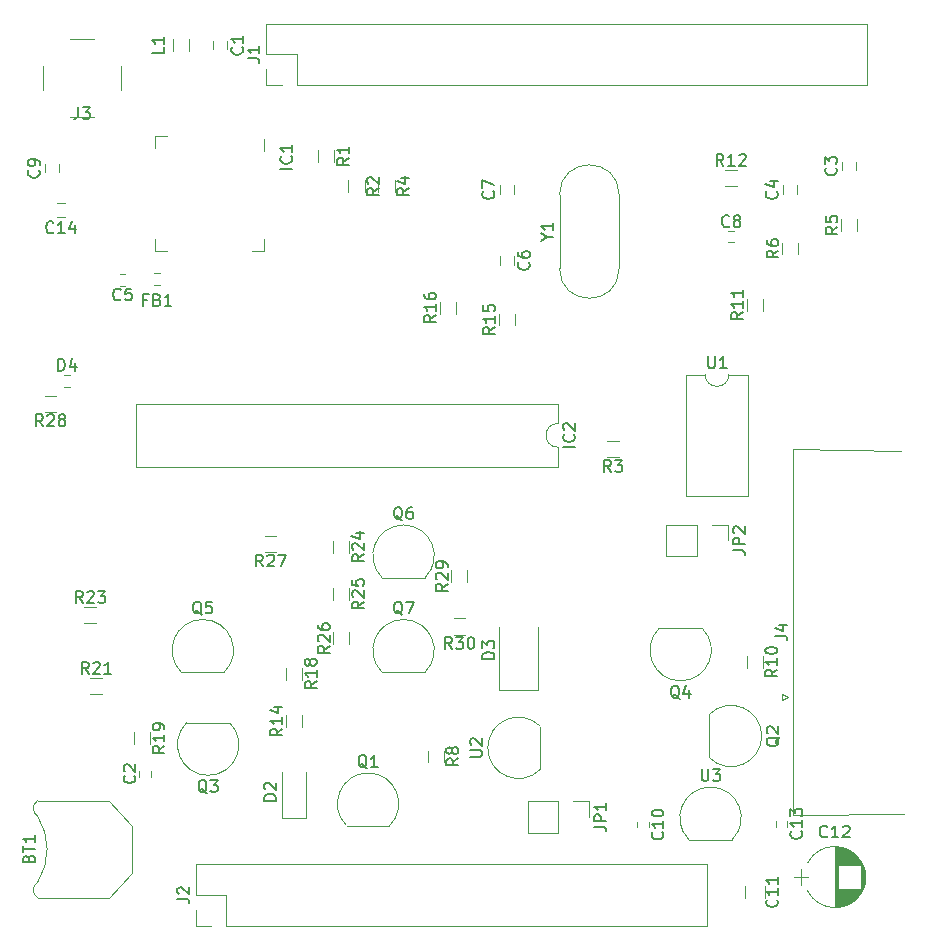
<source format=gto>
G04 #@! TF.GenerationSoftware,KiCad,Pcbnew,(5.1.0)-1*
G04 #@! TF.CreationDate,2019-03-17T11:44:46-07:00*
G04 #@! TF.ProjectId,DashSight-Mezzanine-Card,44617368-5369-4676-9874-2d4d657a7a61,rev?*
G04 #@! TF.SameCoordinates,Original*
G04 #@! TF.FileFunction,Legend,Top*
G04 #@! TF.FilePolarity,Positive*
%FSLAX46Y46*%
G04 Gerber Fmt 4.6, Leading zero omitted, Abs format (unit mm)*
G04 Created by KiCad (PCBNEW (5.1.0)-1) date 2019-03-17 11:44:46*
%MOMM*%
%LPD*%
G04 APERTURE LIST*
%ADD10C,0.120000*%
%ADD11C,0.150000*%
G04 APERTURE END LIST*
D10*
X134448000Y-108958000D02*
X134448000Y-107958000D01*
X135808000Y-107958000D02*
X135808000Y-108958000D01*
X145463000Y-57757000D02*
X145463000Y-58757000D01*
X136223000Y-67227000D02*
X137223000Y-67227000D01*
X136223000Y-66227000D02*
X136223000Y-67227000D01*
X136223000Y-57487000D02*
X137223000Y-57487000D01*
X136223000Y-58487000D02*
X136223000Y-57487000D01*
X145463000Y-67227000D02*
X144463000Y-67227000D01*
X145463000Y-66227000D02*
X145463000Y-67227000D01*
X133227000Y-70129500D02*
X133727000Y-70129500D01*
X133727000Y-69189500D02*
X133227000Y-69189500D01*
X178016000Y-116010500D02*
X178016000Y-115510500D01*
X177076000Y-115510500D02*
X177076000Y-116010500D01*
X189763500Y-115947000D02*
X189763500Y-115447000D01*
X188823500Y-115447000D02*
X188823500Y-115947000D01*
X190600000Y-61650000D02*
X190600000Y-62350000D01*
X189400000Y-62350000D02*
X189400000Y-61650000D01*
X128108000Y-59848000D02*
X128108000Y-60548000D01*
X126908000Y-60548000D02*
X126908000Y-59848000D01*
X127920000Y-63154000D02*
X128620000Y-63154000D01*
X128620000Y-64354000D02*
X127920000Y-64354000D01*
X187857500Y-121975500D02*
X187857500Y-120975500D01*
X186157500Y-120975500D02*
X186157500Y-121975500D01*
X196087722Y-119025777D02*
G75*
G03X191476420Y-119025500I-2305722J-1179723D01*
G01*
X196087722Y-121385223D02*
G75*
G02X191476420Y-121385500I-2305722J1179723D01*
G01*
X196087722Y-121385223D02*
G75*
G03X196087580Y-119025500I-2305722J1179723D01*
G01*
X193782000Y-117655500D02*
X193782000Y-122755500D01*
X193822000Y-117655500D02*
X193822000Y-122755500D01*
X193862000Y-117656500D02*
X193862000Y-122754500D01*
X193902000Y-117657500D02*
X193902000Y-122753500D01*
X193942000Y-117659500D02*
X193942000Y-122751500D01*
X193982000Y-117662500D02*
X193982000Y-122748500D01*
X194022000Y-117666500D02*
X194022000Y-122744500D01*
X194062000Y-117670500D02*
X194062000Y-119225500D01*
X194062000Y-121185500D02*
X194062000Y-122740500D01*
X194102000Y-117674500D02*
X194102000Y-119225500D01*
X194102000Y-121185500D02*
X194102000Y-122736500D01*
X194142000Y-117680500D02*
X194142000Y-119225500D01*
X194142000Y-121185500D02*
X194142000Y-122730500D01*
X194182000Y-117686500D02*
X194182000Y-119225500D01*
X194182000Y-121185500D02*
X194182000Y-122724500D01*
X194222000Y-117692500D02*
X194222000Y-119225500D01*
X194222000Y-121185500D02*
X194222000Y-122718500D01*
X194262000Y-117699500D02*
X194262000Y-119225500D01*
X194262000Y-121185500D02*
X194262000Y-122711500D01*
X194302000Y-117707500D02*
X194302000Y-119225500D01*
X194302000Y-121185500D02*
X194302000Y-122703500D01*
X194342000Y-117716500D02*
X194342000Y-119225500D01*
X194342000Y-121185500D02*
X194342000Y-122694500D01*
X194382000Y-117725500D02*
X194382000Y-119225500D01*
X194382000Y-121185500D02*
X194382000Y-122685500D01*
X194422000Y-117735500D02*
X194422000Y-119225500D01*
X194422000Y-121185500D02*
X194422000Y-122675500D01*
X194462000Y-117745500D02*
X194462000Y-119225500D01*
X194462000Y-121185500D02*
X194462000Y-122665500D01*
X194503000Y-117757500D02*
X194503000Y-119225500D01*
X194503000Y-121185500D02*
X194503000Y-122653500D01*
X194543000Y-117769500D02*
X194543000Y-119225500D01*
X194543000Y-121185500D02*
X194543000Y-122641500D01*
X194583000Y-117781500D02*
X194583000Y-119225500D01*
X194583000Y-121185500D02*
X194583000Y-122629500D01*
X194623000Y-117795500D02*
X194623000Y-119225500D01*
X194623000Y-121185500D02*
X194623000Y-122615500D01*
X194663000Y-117809500D02*
X194663000Y-119225500D01*
X194663000Y-121185500D02*
X194663000Y-122601500D01*
X194703000Y-117823500D02*
X194703000Y-119225500D01*
X194703000Y-121185500D02*
X194703000Y-122587500D01*
X194743000Y-117839500D02*
X194743000Y-119225500D01*
X194743000Y-121185500D02*
X194743000Y-122571500D01*
X194783000Y-117855500D02*
X194783000Y-119225500D01*
X194783000Y-121185500D02*
X194783000Y-122555500D01*
X194823000Y-117872500D02*
X194823000Y-119225500D01*
X194823000Y-121185500D02*
X194823000Y-122538500D01*
X194863000Y-117890500D02*
X194863000Y-119225500D01*
X194863000Y-121185500D02*
X194863000Y-122520500D01*
X194903000Y-117909500D02*
X194903000Y-119225500D01*
X194903000Y-121185500D02*
X194903000Y-122501500D01*
X194943000Y-117929500D02*
X194943000Y-119225500D01*
X194943000Y-121185500D02*
X194943000Y-122481500D01*
X194983000Y-117949500D02*
X194983000Y-119225500D01*
X194983000Y-121185500D02*
X194983000Y-122461500D01*
X195023000Y-117971500D02*
X195023000Y-119225500D01*
X195023000Y-121185500D02*
X195023000Y-122439500D01*
X195063000Y-117993500D02*
X195063000Y-119225500D01*
X195063000Y-121185500D02*
X195063000Y-122417500D01*
X195103000Y-118016500D02*
X195103000Y-119225500D01*
X195103000Y-121185500D02*
X195103000Y-122394500D01*
X195143000Y-118040500D02*
X195143000Y-119225500D01*
X195143000Y-121185500D02*
X195143000Y-122370500D01*
X195183000Y-118065500D02*
X195183000Y-119225500D01*
X195183000Y-121185500D02*
X195183000Y-122345500D01*
X195223000Y-118092500D02*
X195223000Y-119225500D01*
X195223000Y-121185500D02*
X195223000Y-122318500D01*
X195263000Y-118119500D02*
X195263000Y-119225500D01*
X195263000Y-121185500D02*
X195263000Y-122291500D01*
X195303000Y-118147500D02*
X195303000Y-119225500D01*
X195303000Y-121185500D02*
X195303000Y-122263500D01*
X195343000Y-118177500D02*
X195343000Y-119225500D01*
X195343000Y-121185500D02*
X195343000Y-122233500D01*
X195383000Y-118208500D02*
X195383000Y-119225500D01*
X195383000Y-121185500D02*
X195383000Y-122202500D01*
X195423000Y-118240500D02*
X195423000Y-119225500D01*
X195423000Y-121185500D02*
X195423000Y-122170500D01*
X195463000Y-118273500D02*
X195463000Y-119225500D01*
X195463000Y-121185500D02*
X195463000Y-122137500D01*
X195503000Y-118308500D02*
X195503000Y-119225500D01*
X195503000Y-121185500D02*
X195503000Y-122102500D01*
X195543000Y-118344500D02*
X195543000Y-119225500D01*
X195543000Y-121185500D02*
X195543000Y-122066500D01*
X195583000Y-118382500D02*
X195583000Y-119225500D01*
X195583000Y-121185500D02*
X195583000Y-122028500D01*
X195623000Y-118422500D02*
X195623000Y-119225500D01*
X195623000Y-121185500D02*
X195623000Y-121988500D01*
X195663000Y-118463500D02*
X195663000Y-119225500D01*
X195663000Y-121185500D02*
X195663000Y-121947500D01*
X195703000Y-118506500D02*
X195703000Y-119225500D01*
X195703000Y-121185500D02*
X195703000Y-121904500D01*
X195743000Y-118551500D02*
X195743000Y-119225500D01*
X195743000Y-121185500D02*
X195743000Y-121859500D01*
X195783000Y-118599500D02*
X195783000Y-119225500D01*
X195783000Y-121185500D02*
X195783000Y-121811500D01*
X195823000Y-118649500D02*
X195823000Y-119225500D01*
X195823000Y-121185500D02*
X195823000Y-121761500D01*
X195863000Y-118701500D02*
X195863000Y-119225500D01*
X195863000Y-121185500D02*
X195863000Y-121709500D01*
X195903000Y-118757500D02*
X195903000Y-119225500D01*
X195903000Y-121185500D02*
X195903000Y-121653500D01*
X195943000Y-118815500D02*
X195943000Y-119225500D01*
X195943000Y-121185500D02*
X195943000Y-121595500D01*
X195983000Y-118878500D02*
X195983000Y-119225500D01*
X195983000Y-121185500D02*
X195983000Y-121532500D01*
X196023000Y-118944500D02*
X196023000Y-121466500D01*
X196063000Y-119016500D02*
X196063000Y-121394500D01*
X196103000Y-119093500D02*
X196103000Y-121317500D01*
X196143000Y-119177500D02*
X196143000Y-121233500D01*
X196183000Y-119271500D02*
X196183000Y-121139500D01*
X196223000Y-119376500D02*
X196223000Y-121034500D01*
X196263000Y-119498500D02*
X196263000Y-120912500D01*
X196303000Y-119646500D02*
X196303000Y-120764500D01*
X196343000Y-119851500D02*
X196343000Y-120559500D01*
X190332000Y-120205500D02*
X191532000Y-120205500D01*
X190932000Y-119555500D02*
X190932000Y-120855500D01*
X126293100Y-115054554D02*
G75*
G02X126294000Y-120656000I-4499100J-2801446D01*
G01*
X126294000Y-115056000D02*
G75*
G02X126278337Y-113752277I386922J656604D01*
G01*
X134294000Y-119856000D02*
X132294000Y-121956000D01*
X134294000Y-115856000D02*
X132294000Y-113756000D01*
X134294000Y-119856000D02*
X134294000Y-115856000D01*
X126294000Y-121956000D02*
G75*
G02X126278337Y-120652277I386922J656604D01*
G01*
X126294000Y-113756000D02*
X132294000Y-113756000D01*
X126294000Y-121956000D02*
X132294000Y-121956000D01*
X165350000Y-104400000D02*
X168650000Y-104400000D01*
X168650000Y-104400000D02*
X168650000Y-99000000D01*
X165350000Y-104400000D02*
X165350000Y-99000000D01*
X129028000Y-77702000D02*
X128528000Y-77702000D01*
X128528000Y-78762000D02*
X129028000Y-78762000D01*
X141132000Y-50134000D02*
X141132000Y-49434000D01*
X142332000Y-49434000D02*
X142332000Y-50134000D01*
X167770500Y-113795500D02*
X167770500Y-116455500D01*
X170370500Y-113795500D02*
X167770500Y-113795500D01*
X170370500Y-116455500D02*
X167770500Y-116455500D01*
X170370500Y-113795500D02*
X170370500Y-116455500D01*
X171640500Y-113795500D02*
X172970500Y-113795500D01*
X172970500Y-113795500D02*
X172970500Y-115125500D01*
X184718000Y-90364000D02*
X184718000Y-91694000D01*
X183388000Y-90364000D02*
X184718000Y-90364000D01*
X182118000Y-90364000D02*
X182118000Y-93024000D01*
X182118000Y-93024000D02*
X179518000Y-93024000D01*
X182118000Y-90364000D02*
X179518000Y-90364000D01*
X179518000Y-90364000D02*
X179518000Y-93024000D01*
X147000000Y-115250000D02*
X149000000Y-115250000D01*
X149000000Y-115250000D02*
X149000000Y-111350000D01*
X147000000Y-115250000D02*
X147000000Y-111350000D01*
X136148000Y-70126000D02*
X136648000Y-70126000D01*
X136648000Y-69066000D02*
X136148000Y-69066000D01*
X181461000Y-117039000D02*
X185061000Y-117039000D01*
X181422522Y-117027478D02*
G75*
G02X183261000Y-112589000I1838478J1838478D01*
G01*
X185099478Y-117027478D02*
G75*
G03X183261000Y-112589000I-1838478J1838478D01*
G01*
X189778675Y-105000000D02*
X189345662Y-105250000D01*
X189345662Y-104750000D02*
X189778675Y-105000000D01*
X189345662Y-105250000D02*
X189345662Y-104750000D01*
X190240000Y-83975000D02*
X199400000Y-84100000D01*
X190240000Y-114945000D02*
X190240000Y-83975000D01*
X199600000Y-114900000D02*
X190240000Y-114945000D01*
X170330000Y-83810000D02*
G75*
G02X170330000Y-81810000I0J1000000D01*
G01*
X170330000Y-81810000D02*
X170330000Y-80160000D01*
X170330000Y-80160000D02*
X134650000Y-80160000D01*
X134650000Y-80160000D02*
X134650000Y-85460000D01*
X134650000Y-85460000D02*
X170330000Y-85460000D01*
X170330000Y-85460000D02*
X170330000Y-83810000D01*
X134912000Y-111214000D02*
X134912000Y-111714000D01*
X135852000Y-111714000D02*
X135852000Y-111214000D01*
X185250000Y-65530000D02*
X184750000Y-65530000D01*
X184750000Y-66470000D02*
X185250000Y-66470000D01*
X195600000Y-59650000D02*
X195600000Y-60350000D01*
X194400000Y-60350000D02*
X194400000Y-59650000D01*
X165400000Y-68350000D02*
X165400000Y-67650000D01*
X166600000Y-67650000D02*
X166600000Y-68350000D01*
X166600000Y-61650000D02*
X166600000Y-62350000D01*
X165400000Y-62350000D02*
X165400000Y-61650000D01*
X129048000Y-49278000D02*
X131048000Y-49278000D01*
X129048000Y-55878000D02*
X131048000Y-55878000D01*
X133348000Y-51578000D02*
X133348000Y-53578000D01*
X126748000Y-51578000D02*
X126748000Y-53578000D01*
X170475000Y-68685000D02*
X170475000Y-62435000D01*
X175525000Y-68685000D02*
X175525000Y-62435000D01*
X175525000Y-68685000D02*
G75*
G02X170475000Y-68685000I-2525000J0D01*
G01*
X175525000Y-62435000D02*
G75*
G03X170475000Y-62435000I-2525000J0D01*
G01*
X184810000Y-77670000D02*
G75*
G02X182810000Y-77670000I-1000000J0D01*
G01*
X182810000Y-77670000D02*
X181160000Y-77670000D01*
X181160000Y-77670000D02*
X181160000Y-87950000D01*
X181160000Y-87950000D02*
X186460000Y-87950000D01*
X186460000Y-87950000D02*
X186460000Y-77670000D01*
X186460000Y-77670000D02*
X184810000Y-77670000D01*
X139110000Y-49284000D02*
X139110000Y-50284000D01*
X137750000Y-50284000D02*
X137750000Y-49284000D01*
X182970000Y-124330000D02*
X182970000Y-119130000D01*
X142270000Y-124330000D02*
X182970000Y-124330000D01*
X139670000Y-119130000D02*
X182970000Y-119130000D01*
X142270000Y-124330000D02*
X142270000Y-121730000D01*
X142270000Y-121730000D02*
X139670000Y-121730000D01*
X139670000Y-121730000D02*
X139670000Y-119130000D01*
X141000000Y-124330000D02*
X139670000Y-124330000D01*
X139670000Y-124330000D02*
X139670000Y-123000000D01*
X196529000Y-53146000D02*
X196529000Y-47946000D01*
X148209000Y-53146000D02*
X196529000Y-53146000D01*
X145609000Y-47946000D02*
X196529000Y-47946000D01*
X148209000Y-53146000D02*
X148209000Y-50546000D01*
X148209000Y-50546000D02*
X145609000Y-50546000D01*
X145609000Y-50546000D02*
X145609000Y-47946000D01*
X146939000Y-53146000D02*
X145609000Y-53146000D01*
X145609000Y-53146000D02*
X145609000Y-51816000D01*
X151320000Y-96750000D02*
X151320000Y-95750000D01*
X152680000Y-95750000D02*
X152680000Y-96750000D01*
X152680000Y-99500000D02*
X152680000Y-100500000D01*
X151320000Y-100500000D02*
X151320000Y-99500000D01*
X145500000Y-91320000D02*
X146500000Y-91320000D01*
X146500000Y-92680000D02*
X145500000Y-92680000D01*
X126881000Y-79457000D02*
X127881000Y-79457000D01*
X127881000Y-80817000D02*
X126881000Y-80817000D01*
X162680000Y-94250000D02*
X162680000Y-95250000D01*
X161320000Y-95250000D02*
X161320000Y-94250000D01*
X161500000Y-98320000D02*
X162500000Y-98320000D01*
X162500000Y-99680000D02*
X161500000Y-99680000D01*
X150051000Y-59659000D02*
X150051000Y-58659000D01*
X151411000Y-58659000D02*
X151411000Y-59659000D01*
X131250000Y-98680000D02*
X130250000Y-98680000D01*
X130250000Y-97320000D02*
X131250000Y-97320000D01*
X131750000Y-104680000D02*
X130750000Y-104680000D01*
X130750000Y-103320000D02*
X131750000Y-103320000D01*
X152609000Y-62222000D02*
X152609000Y-61222000D01*
X153969000Y-61222000D02*
X153969000Y-62222000D01*
X147320000Y-103500000D02*
X147320000Y-102500000D01*
X148680000Y-102500000D02*
X148680000Y-103500000D01*
X151320000Y-92750000D02*
X151320000Y-91750000D01*
X152680000Y-91750000D02*
X152680000Y-92750000D01*
X161680000Y-71500000D02*
X161680000Y-72500000D01*
X160320000Y-72500000D02*
X160320000Y-71500000D01*
X166680000Y-72500000D02*
X166680000Y-73500000D01*
X165320000Y-73500000D02*
X165320000Y-72500000D01*
X174500000Y-83320000D02*
X175500000Y-83320000D01*
X175500000Y-84680000D02*
X174500000Y-84680000D01*
X185500000Y-61680000D02*
X184500000Y-61680000D01*
X184500000Y-60320000D02*
X185500000Y-60320000D01*
X187680000Y-71250000D02*
X187680000Y-72250000D01*
X186320000Y-72250000D02*
X186320000Y-71250000D01*
X186320000Y-102500000D02*
X186320000Y-101500000D01*
X187680000Y-101500000D02*
X187680000Y-102500000D01*
X190680000Y-66500000D02*
X190680000Y-67500000D01*
X189320000Y-67500000D02*
X189320000Y-66500000D01*
X195680000Y-64500000D02*
X195680000Y-65500000D01*
X194320000Y-65500000D02*
X194320000Y-64500000D01*
X155149000Y-62222000D02*
X155149000Y-61222000D01*
X156509000Y-61222000D02*
X156509000Y-62222000D01*
X148680000Y-106500000D02*
X148680000Y-107500000D01*
X147320000Y-107500000D02*
X147320000Y-106500000D01*
X159320000Y-110500000D02*
X159320000Y-109500000D01*
X160680000Y-109500000D02*
X160680000Y-110500000D01*
X168850000Y-111070000D02*
X168850000Y-107470000D01*
X168838478Y-111108478D02*
G75*
G02X164400000Y-109270000I-1838478J1838478D01*
G01*
X168838478Y-107431522D02*
G75*
G03X164400000Y-109270000I-1838478J-1838478D01*
G01*
X155470000Y-94850000D02*
X159070000Y-94850000D01*
X155431522Y-94838478D02*
G75*
G02X157270000Y-90400000I1838478J1838478D01*
G01*
X159108478Y-94838478D02*
G75*
G03X157270000Y-90400000I-1838478J1838478D01*
G01*
X155470000Y-102850000D02*
X159070000Y-102850000D01*
X155431522Y-102838478D02*
G75*
G02X157270000Y-98400000I1838478J1838478D01*
G01*
X159108478Y-102838478D02*
G75*
G03X157270000Y-98400000I-1838478J1838478D01*
G01*
X152470000Y-115850000D02*
X156070000Y-115850000D01*
X152431522Y-115838478D02*
G75*
G02X154270000Y-111400000I1838478J1838478D01*
G01*
X156108478Y-115838478D02*
G75*
G03X154270000Y-111400000I-1838478J1838478D01*
G01*
X183150000Y-106470000D02*
X183150000Y-110070000D01*
X183161522Y-106431522D02*
G75*
G02X187600000Y-108270000I1838478J-1838478D01*
G01*
X183161522Y-110108478D02*
G75*
G03X187600000Y-108270000I1838478J1838478D01*
G01*
X142530000Y-107150000D02*
X138930000Y-107150000D01*
X142568478Y-107161522D02*
G75*
G02X140730000Y-111600000I-1838478J-1838478D01*
G01*
X138891522Y-107161522D02*
G75*
G03X140730000Y-111600000I1838478J-1838478D01*
G01*
X182530000Y-99150000D02*
X178930000Y-99150000D01*
X182568478Y-99161522D02*
G75*
G02X180730000Y-103600000I-1838478J-1838478D01*
G01*
X178891522Y-99161522D02*
G75*
G03X180730000Y-103600000I1838478J-1838478D01*
G01*
X138470000Y-102850000D02*
X142070000Y-102850000D01*
X138431522Y-102838478D02*
G75*
G02X140270000Y-98400000I1838478J1838478D01*
G01*
X142108478Y-102838478D02*
G75*
G03X140270000Y-98400000I-1838478J1838478D01*
G01*
D11*
X137030380Y-109100857D02*
X136554190Y-109434190D01*
X137030380Y-109672285D02*
X136030380Y-109672285D01*
X136030380Y-109291333D01*
X136078000Y-109196095D01*
X136125619Y-109148476D01*
X136220857Y-109100857D01*
X136363714Y-109100857D01*
X136458952Y-109148476D01*
X136506571Y-109196095D01*
X136554190Y-109291333D01*
X136554190Y-109672285D01*
X137030380Y-108148476D02*
X137030380Y-108719904D01*
X137030380Y-108434190D02*
X136030380Y-108434190D01*
X136173238Y-108529428D01*
X136268476Y-108624666D01*
X136316095Y-108719904D01*
X137030380Y-107672285D02*
X137030380Y-107481809D01*
X136982761Y-107386571D01*
X136935142Y-107338952D01*
X136792285Y-107243714D01*
X136601809Y-107196095D01*
X136220857Y-107196095D01*
X136125619Y-107243714D01*
X136078000Y-107291333D01*
X136030380Y-107386571D01*
X136030380Y-107577047D01*
X136078000Y-107672285D01*
X136125619Y-107719904D01*
X136220857Y-107767523D01*
X136458952Y-107767523D01*
X136554190Y-107719904D01*
X136601809Y-107672285D01*
X136649428Y-107577047D01*
X136649428Y-107386571D01*
X136601809Y-107291333D01*
X136554190Y-107243714D01*
X136458952Y-107196095D01*
X147845380Y-60233190D02*
X146845380Y-60233190D01*
X147750142Y-59185571D02*
X147797761Y-59233190D01*
X147845380Y-59376047D01*
X147845380Y-59471285D01*
X147797761Y-59614142D01*
X147702523Y-59709380D01*
X147607285Y-59757000D01*
X147416809Y-59804619D01*
X147273952Y-59804619D01*
X147083476Y-59757000D01*
X146988238Y-59709380D01*
X146893000Y-59614142D01*
X146845380Y-59471285D01*
X146845380Y-59376047D01*
X146893000Y-59233190D01*
X146940619Y-59185571D01*
X147845380Y-58233190D02*
X147845380Y-58804619D01*
X147845380Y-58518904D02*
X146845380Y-58518904D01*
X146988238Y-58614142D01*
X147083476Y-58709380D01*
X147131095Y-58804619D01*
X133310333Y-71286642D02*
X133262714Y-71334261D01*
X133119857Y-71381880D01*
X133024619Y-71381880D01*
X132881761Y-71334261D01*
X132786523Y-71239023D01*
X132738904Y-71143785D01*
X132691285Y-70953309D01*
X132691285Y-70810452D01*
X132738904Y-70619976D01*
X132786523Y-70524738D01*
X132881761Y-70429500D01*
X133024619Y-70381880D01*
X133119857Y-70381880D01*
X133262714Y-70429500D01*
X133310333Y-70477119D01*
X134215095Y-70381880D02*
X133738904Y-70381880D01*
X133691285Y-70858071D01*
X133738904Y-70810452D01*
X133834142Y-70762833D01*
X134072238Y-70762833D01*
X134167476Y-70810452D01*
X134215095Y-70858071D01*
X134262714Y-70953309D01*
X134262714Y-71191404D01*
X134215095Y-71286642D01*
X134167476Y-71334261D01*
X134072238Y-71381880D01*
X133834142Y-71381880D01*
X133738904Y-71334261D01*
X133691285Y-71286642D01*
X179173142Y-116403357D02*
X179220761Y-116450976D01*
X179268380Y-116593833D01*
X179268380Y-116689071D01*
X179220761Y-116831928D01*
X179125523Y-116927166D01*
X179030285Y-116974785D01*
X178839809Y-117022404D01*
X178696952Y-117022404D01*
X178506476Y-116974785D01*
X178411238Y-116927166D01*
X178316000Y-116831928D01*
X178268380Y-116689071D01*
X178268380Y-116593833D01*
X178316000Y-116450976D01*
X178363619Y-116403357D01*
X179268380Y-115450976D02*
X179268380Y-116022404D01*
X179268380Y-115736690D02*
X178268380Y-115736690D01*
X178411238Y-115831928D01*
X178506476Y-115927166D01*
X178554095Y-116022404D01*
X178268380Y-114831928D02*
X178268380Y-114736690D01*
X178316000Y-114641452D01*
X178363619Y-114593833D01*
X178458857Y-114546214D01*
X178649333Y-114498595D01*
X178887428Y-114498595D01*
X179077904Y-114546214D01*
X179173142Y-114593833D01*
X179220761Y-114641452D01*
X179268380Y-114736690D01*
X179268380Y-114831928D01*
X179220761Y-114927166D01*
X179173142Y-114974785D01*
X179077904Y-115022404D01*
X178887428Y-115070023D01*
X178649333Y-115070023D01*
X178458857Y-115022404D01*
X178363619Y-114974785D01*
X178316000Y-114927166D01*
X178268380Y-114831928D01*
X190920642Y-116339857D02*
X190968261Y-116387476D01*
X191015880Y-116530333D01*
X191015880Y-116625571D01*
X190968261Y-116768428D01*
X190873023Y-116863666D01*
X190777785Y-116911285D01*
X190587309Y-116958904D01*
X190444452Y-116958904D01*
X190253976Y-116911285D01*
X190158738Y-116863666D01*
X190063500Y-116768428D01*
X190015880Y-116625571D01*
X190015880Y-116530333D01*
X190063500Y-116387476D01*
X190111119Y-116339857D01*
X191015880Y-115387476D02*
X191015880Y-115958904D01*
X191015880Y-115673190D02*
X190015880Y-115673190D01*
X190158738Y-115768428D01*
X190253976Y-115863666D01*
X190301595Y-115958904D01*
X190015880Y-115054142D02*
X190015880Y-114435095D01*
X190396833Y-114768428D01*
X190396833Y-114625571D01*
X190444452Y-114530333D01*
X190492071Y-114482714D01*
X190587309Y-114435095D01*
X190825404Y-114435095D01*
X190920642Y-114482714D01*
X190968261Y-114530333D01*
X191015880Y-114625571D01*
X191015880Y-114911285D01*
X190968261Y-115006523D01*
X190920642Y-115054142D01*
X188857142Y-62166666D02*
X188904761Y-62214285D01*
X188952380Y-62357142D01*
X188952380Y-62452380D01*
X188904761Y-62595238D01*
X188809523Y-62690476D01*
X188714285Y-62738095D01*
X188523809Y-62785714D01*
X188380952Y-62785714D01*
X188190476Y-62738095D01*
X188095238Y-62690476D01*
X188000000Y-62595238D01*
X187952380Y-62452380D01*
X187952380Y-62357142D01*
X188000000Y-62214285D01*
X188047619Y-62166666D01*
X188285714Y-61309523D02*
X188952380Y-61309523D01*
X187904761Y-61547619D02*
X188619047Y-61785714D01*
X188619047Y-61166666D01*
X126365142Y-60364666D02*
X126412761Y-60412285D01*
X126460380Y-60555142D01*
X126460380Y-60650380D01*
X126412761Y-60793238D01*
X126317523Y-60888476D01*
X126222285Y-60936095D01*
X126031809Y-60983714D01*
X125888952Y-60983714D01*
X125698476Y-60936095D01*
X125603238Y-60888476D01*
X125508000Y-60793238D01*
X125460380Y-60650380D01*
X125460380Y-60555142D01*
X125508000Y-60412285D01*
X125555619Y-60364666D01*
X126460380Y-59888476D02*
X126460380Y-59698000D01*
X126412761Y-59602761D01*
X126365142Y-59555142D01*
X126222285Y-59459904D01*
X126031809Y-59412285D01*
X125650857Y-59412285D01*
X125555619Y-59459904D01*
X125508000Y-59507523D01*
X125460380Y-59602761D01*
X125460380Y-59793238D01*
X125508000Y-59888476D01*
X125555619Y-59936095D01*
X125650857Y-59983714D01*
X125888952Y-59983714D01*
X125984190Y-59936095D01*
X126031809Y-59888476D01*
X126079428Y-59793238D01*
X126079428Y-59602761D01*
X126031809Y-59507523D01*
X125984190Y-59459904D01*
X125888952Y-59412285D01*
X127627142Y-65611142D02*
X127579523Y-65658761D01*
X127436666Y-65706380D01*
X127341428Y-65706380D01*
X127198571Y-65658761D01*
X127103333Y-65563523D01*
X127055714Y-65468285D01*
X127008095Y-65277809D01*
X127008095Y-65134952D01*
X127055714Y-64944476D01*
X127103333Y-64849238D01*
X127198571Y-64754000D01*
X127341428Y-64706380D01*
X127436666Y-64706380D01*
X127579523Y-64754000D01*
X127627142Y-64801619D01*
X128579523Y-65706380D02*
X128008095Y-65706380D01*
X128293809Y-65706380D02*
X128293809Y-64706380D01*
X128198571Y-64849238D01*
X128103333Y-64944476D01*
X128008095Y-64992095D01*
X129436666Y-65039714D02*
X129436666Y-65706380D01*
X129198571Y-64658761D02*
X128960476Y-65373047D01*
X129579523Y-65373047D01*
X188864642Y-122118357D02*
X188912261Y-122165976D01*
X188959880Y-122308833D01*
X188959880Y-122404071D01*
X188912261Y-122546928D01*
X188817023Y-122642166D01*
X188721785Y-122689785D01*
X188531309Y-122737404D01*
X188388452Y-122737404D01*
X188197976Y-122689785D01*
X188102738Y-122642166D01*
X188007500Y-122546928D01*
X187959880Y-122404071D01*
X187959880Y-122308833D01*
X188007500Y-122165976D01*
X188055119Y-122118357D01*
X188959880Y-121165976D02*
X188959880Y-121737404D01*
X188959880Y-121451690D02*
X187959880Y-121451690D01*
X188102738Y-121546928D01*
X188197976Y-121642166D01*
X188245595Y-121737404D01*
X188959880Y-120213595D02*
X188959880Y-120785023D01*
X188959880Y-120499309D02*
X187959880Y-120499309D01*
X188102738Y-120594547D01*
X188197976Y-120689785D01*
X188245595Y-120785023D01*
X193139142Y-116752642D02*
X193091523Y-116800261D01*
X192948666Y-116847880D01*
X192853428Y-116847880D01*
X192710571Y-116800261D01*
X192615333Y-116705023D01*
X192567714Y-116609785D01*
X192520095Y-116419309D01*
X192520095Y-116276452D01*
X192567714Y-116085976D01*
X192615333Y-115990738D01*
X192710571Y-115895500D01*
X192853428Y-115847880D01*
X192948666Y-115847880D01*
X193091523Y-115895500D01*
X193139142Y-115943119D01*
X194091523Y-116847880D02*
X193520095Y-116847880D01*
X193805809Y-116847880D02*
X193805809Y-115847880D01*
X193710571Y-115990738D01*
X193615333Y-116085976D01*
X193520095Y-116133595D01*
X194472476Y-115943119D02*
X194520095Y-115895500D01*
X194615333Y-115847880D01*
X194853428Y-115847880D01*
X194948666Y-115895500D01*
X194996285Y-115943119D01*
X195043904Y-116038357D01*
X195043904Y-116133595D01*
X194996285Y-116276452D01*
X194424857Y-116847880D01*
X195043904Y-116847880D01*
X125522571Y-118641714D02*
X125570190Y-118498857D01*
X125617809Y-118451238D01*
X125713047Y-118403619D01*
X125855904Y-118403619D01*
X125951142Y-118451238D01*
X125998761Y-118498857D01*
X126046380Y-118594095D01*
X126046380Y-118975047D01*
X125046380Y-118975047D01*
X125046380Y-118641714D01*
X125094000Y-118546476D01*
X125141619Y-118498857D01*
X125236857Y-118451238D01*
X125332095Y-118451238D01*
X125427333Y-118498857D01*
X125474952Y-118546476D01*
X125522571Y-118641714D01*
X125522571Y-118975047D01*
X125046380Y-118117904D02*
X125046380Y-117546476D01*
X126046380Y-117832190D02*
X125046380Y-117832190D01*
X126046380Y-116689333D02*
X126046380Y-117260761D01*
X126046380Y-116975047D02*
X125046380Y-116975047D01*
X125189238Y-117070285D01*
X125284476Y-117165523D01*
X125332095Y-117260761D01*
X164952380Y-101738095D02*
X163952380Y-101738095D01*
X163952380Y-101500000D01*
X164000000Y-101357142D01*
X164095238Y-101261904D01*
X164190476Y-101214285D01*
X164380952Y-101166666D01*
X164523809Y-101166666D01*
X164714285Y-101214285D01*
X164809523Y-101261904D01*
X164904761Y-101357142D01*
X164952380Y-101500000D01*
X164952380Y-101738095D01*
X163952380Y-100833333D02*
X163952380Y-100214285D01*
X164333333Y-100547619D01*
X164333333Y-100404761D01*
X164380952Y-100309523D01*
X164428571Y-100261904D01*
X164523809Y-100214285D01*
X164761904Y-100214285D01*
X164857142Y-100261904D01*
X164904761Y-100309523D01*
X164952380Y-100404761D01*
X164952380Y-100690476D01*
X164904761Y-100785714D01*
X164857142Y-100833333D01*
X128039904Y-77334380D02*
X128039904Y-76334380D01*
X128278000Y-76334380D01*
X128420857Y-76382000D01*
X128516095Y-76477238D01*
X128563714Y-76572476D01*
X128611333Y-76762952D01*
X128611333Y-76905809D01*
X128563714Y-77096285D01*
X128516095Y-77191523D01*
X128420857Y-77286761D01*
X128278000Y-77334380D01*
X128039904Y-77334380D01*
X129468476Y-76667714D02*
X129468476Y-77334380D01*
X129230380Y-76286761D02*
X128992285Y-77001047D01*
X129611333Y-77001047D01*
X143589142Y-49950666D02*
X143636761Y-49998285D01*
X143684380Y-50141142D01*
X143684380Y-50236380D01*
X143636761Y-50379238D01*
X143541523Y-50474476D01*
X143446285Y-50522095D01*
X143255809Y-50569714D01*
X143112952Y-50569714D01*
X142922476Y-50522095D01*
X142827238Y-50474476D01*
X142732000Y-50379238D01*
X142684380Y-50236380D01*
X142684380Y-50141142D01*
X142732000Y-49998285D01*
X142779619Y-49950666D01*
X143684380Y-48998285D02*
X143684380Y-49569714D01*
X143684380Y-49284000D02*
X142684380Y-49284000D01*
X142827238Y-49379238D01*
X142922476Y-49474476D01*
X142970095Y-49569714D01*
X173422880Y-115958833D02*
X174137166Y-115958833D01*
X174280023Y-116006452D01*
X174375261Y-116101690D01*
X174422880Y-116244547D01*
X174422880Y-116339785D01*
X174422880Y-115482642D02*
X173422880Y-115482642D01*
X173422880Y-115101690D01*
X173470500Y-115006452D01*
X173518119Y-114958833D01*
X173613357Y-114911214D01*
X173756214Y-114911214D01*
X173851452Y-114958833D01*
X173899071Y-115006452D01*
X173946690Y-115101690D01*
X173946690Y-115482642D01*
X174422880Y-113958833D02*
X174422880Y-114530261D01*
X174422880Y-114244547D02*
X173422880Y-114244547D01*
X173565738Y-114339785D01*
X173660976Y-114435023D01*
X173708595Y-114530261D01*
X185170380Y-92527333D02*
X185884666Y-92527333D01*
X186027523Y-92574952D01*
X186122761Y-92670190D01*
X186170380Y-92813047D01*
X186170380Y-92908285D01*
X186170380Y-92051142D02*
X185170380Y-92051142D01*
X185170380Y-91670190D01*
X185218000Y-91574952D01*
X185265619Y-91527333D01*
X185360857Y-91479714D01*
X185503714Y-91479714D01*
X185598952Y-91527333D01*
X185646571Y-91574952D01*
X185694190Y-91670190D01*
X185694190Y-92051142D01*
X185265619Y-91098761D02*
X185218000Y-91051142D01*
X185170380Y-90955904D01*
X185170380Y-90717809D01*
X185218000Y-90622571D01*
X185265619Y-90574952D01*
X185360857Y-90527333D01*
X185456095Y-90527333D01*
X185598952Y-90574952D01*
X186170380Y-91146380D01*
X186170380Y-90527333D01*
X146452380Y-113738095D02*
X145452380Y-113738095D01*
X145452380Y-113500000D01*
X145500000Y-113357142D01*
X145595238Y-113261904D01*
X145690476Y-113214285D01*
X145880952Y-113166666D01*
X146023809Y-113166666D01*
X146214285Y-113214285D01*
X146309523Y-113261904D01*
X146404761Y-113357142D01*
X146452380Y-113500000D01*
X146452380Y-113738095D01*
X145547619Y-112785714D02*
X145500000Y-112738095D01*
X145452380Y-112642857D01*
X145452380Y-112404761D01*
X145500000Y-112309523D01*
X145547619Y-112261904D01*
X145642857Y-112214285D01*
X145738095Y-112214285D01*
X145880952Y-112261904D01*
X146452380Y-112833333D01*
X146452380Y-112214285D01*
X135564666Y-71324571D02*
X135231333Y-71324571D01*
X135231333Y-71848380D02*
X135231333Y-70848380D01*
X135707523Y-70848380D01*
X136421809Y-71324571D02*
X136564666Y-71372190D01*
X136612285Y-71419809D01*
X136659904Y-71515047D01*
X136659904Y-71657904D01*
X136612285Y-71753142D01*
X136564666Y-71800761D01*
X136469428Y-71848380D01*
X136088476Y-71848380D01*
X136088476Y-70848380D01*
X136421809Y-70848380D01*
X136517047Y-70896000D01*
X136564666Y-70943619D01*
X136612285Y-71038857D01*
X136612285Y-71134095D01*
X136564666Y-71229333D01*
X136517047Y-71276952D01*
X136421809Y-71324571D01*
X136088476Y-71324571D01*
X137612285Y-71848380D02*
X137040857Y-71848380D01*
X137326571Y-71848380D02*
X137326571Y-70848380D01*
X137231333Y-70991238D01*
X137136095Y-71086476D01*
X137040857Y-71134095D01*
X182499095Y-111081380D02*
X182499095Y-111890904D01*
X182546714Y-111986142D01*
X182594333Y-112033761D01*
X182689571Y-112081380D01*
X182880047Y-112081380D01*
X182975285Y-112033761D01*
X183022904Y-111986142D01*
X183070523Y-111890904D01*
X183070523Y-111081380D01*
X183451476Y-111081380D02*
X184070523Y-111081380D01*
X183737190Y-111462333D01*
X183880047Y-111462333D01*
X183975285Y-111509952D01*
X184022904Y-111557571D01*
X184070523Y-111652809D01*
X184070523Y-111890904D01*
X184022904Y-111986142D01*
X183975285Y-112033761D01*
X183880047Y-112081380D01*
X183594333Y-112081380D01*
X183499095Y-112033761D01*
X183451476Y-111986142D01*
X188752380Y-99793333D02*
X189466666Y-99793333D01*
X189609523Y-99840952D01*
X189704761Y-99936190D01*
X189752380Y-100079047D01*
X189752380Y-100174285D01*
X189085714Y-98888571D02*
X189752380Y-98888571D01*
X188704761Y-99126666D02*
X189419047Y-99364761D01*
X189419047Y-98745714D01*
X171782380Y-83786190D02*
X170782380Y-83786190D01*
X171687142Y-82738571D02*
X171734761Y-82786190D01*
X171782380Y-82929047D01*
X171782380Y-83024285D01*
X171734761Y-83167142D01*
X171639523Y-83262380D01*
X171544285Y-83310000D01*
X171353809Y-83357619D01*
X171210952Y-83357619D01*
X171020476Y-83310000D01*
X170925238Y-83262380D01*
X170830000Y-83167142D01*
X170782380Y-83024285D01*
X170782380Y-82929047D01*
X170830000Y-82786190D01*
X170877619Y-82738571D01*
X170877619Y-82357619D02*
X170830000Y-82310000D01*
X170782380Y-82214761D01*
X170782380Y-81976666D01*
X170830000Y-81881428D01*
X170877619Y-81833809D01*
X170972857Y-81786190D01*
X171068095Y-81786190D01*
X171210952Y-81833809D01*
X171782380Y-82405238D01*
X171782380Y-81786190D01*
X134469142Y-111630666D02*
X134516761Y-111678285D01*
X134564380Y-111821142D01*
X134564380Y-111916380D01*
X134516761Y-112059238D01*
X134421523Y-112154476D01*
X134326285Y-112202095D01*
X134135809Y-112249714D01*
X133992952Y-112249714D01*
X133802476Y-112202095D01*
X133707238Y-112154476D01*
X133612000Y-112059238D01*
X133564380Y-111916380D01*
X133564380Y-111821142D01*
X133612000Y-111678285D01*
X133659619Y-111630666D01*
X133659619Y-111249714D02*
X133612000Y-111202095D01*
X133564380Y-111106857D01*
X133564380Y-110868761D01*
X133612000Y-110773523D01*
X133659619Y-110725904D01*
X133754857Y-110678285D01*
X133850095Y-110678285D01*
X133992952Y-110725904D01*
X134564380Y-111297333D01*
X134564380Y-110678285D01*
X184833333Y-65087142D02*
X184785714Y-65134761D01*
X184642857Y-65182380D01*
X184547619Y-65182380D01*
X184404761Y-65134761D01*
X184309523Y-65039523D01*
X184261904Y-64944285D01*
X184214285Y-64753809D01*
X184214285Y-64610952D01*
X184261904Y-64420476D01*
X184309523Y-64325238D01*
X184404761Y-64230000D01*
X184547619Y-64182380D01*
X184642857Y-64182380D01*
X184785714Y-64230000D01*
X184833333Y-64277619D01*
X185404761Y-64610952D02*
X185309523Y-64563333D01*
X185261904Y-64515714D01*
X185214285Y-64420476D01*
X185214285Y-64372857D01*
X185261904Y-64277619D01*
X185309523Y-64230000D01*
X185404761Y-64182380D01*
X185595238Y-64182380D01*
X185690476Y-64230000D01*
X185738095Y-64277619D01*
X185785714Y-64372857D01*
X185785714Y-64420476D01*
X185738095Y-64515714D01*
X185690476Y-64563333D01*
X185595238Y-64610952D01*
X185404761Y-64610952D01*
X185309523Y-64658571D01*
X185261904Y-64706190D01*
X185214285Y-64801428D01*
X185214285Y-64991904D01*
X185261904Y-65087142D01*
X185309523Y-65134761D01*
X185404761Y-65182380D01*
X185595238Y-65182380D01*
X185690476Y-65134761D01*
X185738095Y-65087142D01*
X185785714Y-64991904D01*
X185785714Y-64801428D01*
X185738095Y-64706190D01*
X185690476Y-64658571D01*
X185595238Y-64610952D01*
X193857142Y-60166666D02*
X193904761Y-60214285D01*
X193952380Y-60357142D01*
X193952380Y-60452380D01*
X193904761Y-60595238D01*
X193809523Y-60690476D01*
X193714285Y-60738095D01*
X193523809Y-60785714D01*
X193380952Y-60785714D01*
X193190476Y-60738095D01*
X193095238Y-60690476D01*
X193000000Y-60595238D01*
X192952380Y-60452380D01*
X192952380Y-60357142D01*
X193000000Y-60214285D01*
X193047619Y-60166666D01*
X192952380Y-59833333D02*
X192952380Y-59214285D01*
X193333333Y-59547619D01*
X193333333Y-59404761D01*
X193380952Y-59309523D01*
X193428571Y-59261904D01*
X193523809Y-59214285D01*
X193761904Y-59214285D01*
X193857142Y-59261904D01*
X193904761Y-59309523D01*
X193952380Y-59404761D01*
X193952380Y-59690476D01*
X193904761Y-59785714D01*
X193857142Y-59833333D01*
X167857142Y-68166666D02*
X167904761Y-68214285D01*
X167952380Y-68357142D01*
X167952380Y-68452380D01*
X167904761Y-68595238D01*
X167809523Y-68690476D01*
X167714285Y-68738095D01*
X167523809Y-68785714D01*
X167380952Y-68785714D01*
X167190476Y-68738095D01*
X167095238Y-68690476D01*
X167000000Y-68595238D01*
X166952380Y-68452380D01*
X166952380Y-68357142D01*
X167000000Y-68214285D01*
X167047619Y-68166666D01*
X166952380Y-67309523D02*
X166952380Y-67500000D01*
X167000000Y-67595238D01*
X167047619Y-67642857D01*
X167190476Y-67738095D01*
X167380952Y-67785714D01*
X167761904Y-67785714D01*
X167857142Y-67738095D01*
X167904761Y-67690476D01*
X167952380Y-67595238D01*
X167952380Y-67404761D01*
X167904761Y-67309523D01*
X167857142Y-67261904D01*
X167761904Y-67214285D01*
X167523809Y-67214285D01*
X167428571Y-67261904D01*
X167380952Y-67309523D01*
X167333333Y-67404761D01*
X167333333Y-67595238D01*
X167380952Y-67690476D01*
X167428571Y-67738095D01*
X167523809Y-67785714D01*
X164857142Y-62166666D02*
X164904761Y-62214285D01*
X164952380Y-62357142D01*
X164952380Y-62452380D01*
X164904761Y-62595238D01*
X164809523Y-62690476D01*
X164714285Y-62738095D01*
X164523809Y-62785714D01*
X164380952Y-62785714D01*
X164190476Y-62738095D01*
X164095238Y-62690476D01*
X164000000Y-62595238D01*
X163952380Y-62452380D01*
X163952380Y-62357142D01*
X164000000Y-62214285D01*
X164047619Y-62166666D01*
X163952380Y-61833333D02*
X163952380Y-61166666D01*
X164952380Y-61595238D01*
X129714666Y-55030380D02*
X129714666Y-55744666D01*
X129667047Y-55887523D01*
X129571809Y-55982761D01*
X129428952Y-56030380D01*
X129333714Y-56030380D01*
X130095619Y-55030380D02*
X130714666Y-55030380D01*
X130381333Y-55411333D01*
X130524190Y-55411333D01*
X130619428Y-55458952D01*
X130667047Y-55506571D01*
X130714666Y-55601809D01*
X130714666Y-55839904D01*
X130667047Y-55935142D01*
X130619428Y-55982761D01*
X130524190Y-56030380D01*
X130238476Y-56030380D01*
X130143238Y-55982761D01*
X130095619Y-55935142D01*
X169451190Y-66036190D02*
X169927380Y-66036190D01*
X168927380Y-66369523D02*
X169451190Y-66036190D01*
X168927380Y-65702857D01*
X169927380Y-64845714D02*
X169927380Y-65417142D01*
X169927380Y-65131428D02*
X168927380Y-65131428D01*
X169070238Y-65226666D01*
X169165476Y-65321904D01*
X169213095Y-65417142D01*
X183048095Y-76122380D02*
X183048095Y-76931904D01*
X183095714Y-77027142D01*
X183143333Y-77074761D01*
X183238571Y-77122380D01*
X183429047Y-77122380D01*
X183524285Y-77074761D01*
X183571904Y-77027142D01*
X183619523Y-76931904D01*
X183619523Y-76122380D01*
X184619523Y-77122380D02*
X184048095Y-77122380D01*
X184333809Y-77122380D02*
X184333809Y-76122380D01*
X184238571Y-76265238D01*
X184143333Y-76360476D01*
X184048095Y-76408095D01*
X136982380Y-49950666D02*
X136982380Y-50426857D01*
X135982380Y-50426857D01*
X136982380Y-49093523D02*
X136982380Y-49664952D01*
X136982380Y-49379238D02*
X135982380Y-49379238D01*
X136125238Y-49474476D01*
X136220476Y-49569714D01*
X136268095Y-49664952D01*
X138122380Y-122063333D02*
X138836666Y-122063333D01*
X138979523Y-122110952D01*
X139074761Y-122206190D01*
X139122380Y-122349047D01*
X139122380Y-122444285D01*
X138217619Y-121634761D02*
X138170000Y-121587142D01*
X138122380Y-121491904D01*
X138122380Y-121253809D01*
X138170000Y-121158571D01*
X138217619Y-121110952D01*
X138312857Y-121063333D01*
X138408095Y-121063333D01*
X138550952Y-121110952D01*
X139122380Y-121682380D01*
X139122380Y-121063333D01*
X144061380Y-50879333D02*
X144775666Y-50879333D01*
X144918523Y-50926952D01*
X145013761Y-51022190D01*
X145061380Y-51165047D01*
X145061380Y-51260285D01*
X145061380Y-49879333D02*
X145061380Y-50450761D01*
X145061380Y-50165047D02*
X144061380Y-50165047D01*
X144204238Y-50260285D01*
X144299476Y-50355523D01*
X144347095Y-50450761D01*
X153902380Y-96892857D02*
X153426190Y-97226190D01*
X153902380Y-97464285D02*
X152902380Y-97464285D01*
X152902380Y-97083333D01*
X152950000Y-96988095D01*
X152997619Y-96940476D01*
X153092857Y-96892857D01*
X153235714Y-96892857D01*
X153330952Y-96940476D01*
X153378571Y-96988095D01*
X153426190Y-97083333D01*
X153426190Y-97464285D01*
X152997619Y-96511904D02*
X152950000Y-96464285D01*
X152902380Y-96369047D01*
X152902380Y-96130952D01*
X152950000Y-96035714D01*
X152997619Y-95988095D01*
X153092857Y-95940476D01*
X153188095Y-95940476D01*
X153330952Y-95988095D01*
X153902380Y-96559523D01*
X153902380Y-95940476D01*
X152902380Y-95035714D02*
X152902380Y-95511904D01*
X153378571Y-95559523D01*
X153330952Y-95511904D01*
X153283333Y-95416666D01*
X153283333Y-95178571D01*
X153330952Y-95083333D01*
X153378571Y-95035714D01*
X153473809Y-94988095D01*
X153711904Y-94988095D01*
X153807142Y-95035714D01*
X153854761Y-95083333D01*
X153902380Y-95178571D01*
X153902380Y-95416666D01*
X153854761Y-95511904D01*
X153807142Y-95559523D01*
X151002380Y-100642857D02*
X150526190Y-100976190D01*
X151002380Y-101214285D02*
X150002380Y-101214285D01*
X150002380Y-100833333D01*
X150050000Y-100738095D01*
X150097619Y-100690476D01*
X150192857Y-100642857D01*
X150335714Y-100642857D01*
X150430952Y-100690476D01*
X150478571Y-100738095D01*
X150526190Y-100833333D01*
X150526190Y-101214285D01*
X150097619Y-100261904D02*
X150050000Y-100214285D01*
X150002380Y-100119047D01*
X150002380Y-99880952D01*
X150050000Y-99785714D01*
X150097619Y-99738095D01*
X150192857Y-99690476D01*
X150288095Y-99690476D01*
X150430952Y-99738095D01*
X151002380Y-100309523D01*
X151002380Y-99690476D01*
X150002380Y-98833333D02*
X150002380Y-99023809D01*
X150050000Y-99119047D01*
X150097619Y-99166666D01*
X150240476Y-99261904D01*
X150430952Y-99309523D01*
X150811904Y-99309523D01*
X150907142Y-99261904D01*
X150954761Y-99214285D01*
X151002380Y-99119047D01*
X151002380Y-98928571D01*
X150954761Y-98833333D01*
X150907142Y-98785714D01*
X150811904Y-98738095D01*
X150573809Y-98738095D01*
X150478571Y-98785714D01*
X150430952Y-98833333D01*
X150383333Y-98928571D01*
X150383333Y-99119047D01*
X150430952Y-99214285D01*
X150478571Y-99261904D01*
X150573809Y-99309523D01*
X145357142Y-93902380D02*
X145023809Y-93426190D01*
X144785714Y-93902380D02*
X144785714Y-92902380D01*
X145166666Y-92902380D01*
X145261904Y-92950000D01*
X145309523Y-92997619D01*
X145357142Y-93092857D01*
X145357142Y-93235714D01*
X145309523Y-93330952D01*
X145261904Y-93378571D01*
X145166666Y-93426190D01*
X144785714Y-93426190D01*
X145738095Y-92997619D02*
X145785714Y-92950000D01*
X145880952Y-92902380D01*
X146119047Y-92902380D01*
X146214285Y-92950000D01*
X146261904Y-92997619D01*
X146309523Y-93092857D01*
X146309523Y-93188095D01*
X146261904Y-93330952D01*
X145690476Y-93902380D01*
X146309523Y-93902380D01*
X146642857Y-92902380D02*
X147309523Y-92902380D01*
X146880952Y-93902380D01*
X126738142Y-82039380D02*
X126404809Y-81563190D01*
X126166714Y-82039380D02*
X126166714Y-81039380D01*
X126547666Y-81039380D01*
X126642904Y-81087000D01*
X126690523Y-81134619D01*
X126738142Y-81229857D01*
X126738142Y-81372714D01*
X126690523Y-81467952D01*
X126642904Y-81515571D01*
X126547666Y-81563190D01*
X126166714Y-81563190D01*
X127119095Y-81134619D02*
X127166714Y-81087000D01*
X127261952Y-81039380D01*
X127500047Y-81039380D01*
X127595285Y-81087000D01*
X127642904Y-81134619D01*
X127690523Y-81229857D01*
X127690523Y-81325095D01*
X127642904Y-81467952D01*
X127071476Y-82039380D01*
X127690523Y-82039380D01*
X128261952Y-81467952D02*
X128166714Y-81420333D01*
X128119095Y-81372714D01*
X128071476Y-81277476D01*
X128071476Y-81229857D01*
X128119095Y-81134619D01*
X128166714Y-81087000D01*
X128261952Y-81039380D01*
X128452428Y-81039380D01*
X128547666Y-81087000D01*
X128595285Y-81134619D01*
X128642904Y-81229857D01*
X128642904Y-81277476D01*
X128595285Y-81372714D01*
X128547666Y-81420333D01*
X128452428Y-81467952D01*
X128261952Y-81467952D01*
X128166714Y-81515571D01*
X128119095Y-81563190D01*
X128071476Y-81658428D01*
X128071476Y-81848904D01*
X128119095Y-81944142D01*
X128166714Y-81991761D01*
X128261952Y-82039380D01*
X128452428Y-82039380D01*
X128547666Y-81991761D01*
X128595285Y-81944142D01*
X128642904Y-81848904D01*
X128642904Y-81658428D01*
X128595285Y-81563190D01*
X128547666Y-81515571D01*
X128452428Y-81467952D01*
X161002380Y-95392857D02*
X160526190Y-95726190D01*
X161002380Y-95964285D02*
X160002380Y-95964285D01*
X160002380Y-95583333D01*
X160050000Y-95488095D01*
X160097619Y-95440476D01*
X160192857Y-95392857D01*
X160335714Y-95392857D01*
X160430952Y-95440476D01*
X160478571Y-95488095D01*
X160526190Y-95583333D01*
X160526190Y-95964285D01*
X160097619Y-95011904D02*
X160050000Y-94964285D01*
X160002380Y-94869047D01*
X160002380Y-94630952D01*
X160050000Y-94535714D01*
X160097619Y-94488095D01*
X160192857Y-94440476D01*
X160288095Y-94440476D01*
X160430952Y-94488095D01*
X161002380Y-95059523D01*
X161002380Y-94440476D01*
X161002380Y-93964285D02*
X161002380Y-93773809D01*
X160954761Y-93678571D01*
X160907142Y-93630952D01*
X160764285Y-93535714D01*
X160573809Y-93488095D01*
X160192857Y-93488095D01*
X160097619Y-93535714D01*
X160050000Y-93583333D01*
X160002380Y-93678571D01*
X160002380Y-93869047D01*
X160050000Y-93964285D01*
X160097619Y-94011904D01*
X160192857Y-94059523D01*
X160430952Y-94059523D01*
X160526190Y-94011904D01*
X160573809Y-93964285D01*
X160621428Y-93869047D01*
X160621428Y-93678571D01*
X160573809Y-93583333D01*
X160526190Y-93535714D01*
X160430952Y-93488095D01*
X161357142Y-100902380D02*
X161023809Y-100426190D01*
X160785714Y-100902380D02*
X160785714Y-99902380D01*
X161166666Y-99902380D01*
X161261904Y-99950000D01*
X161309523Y-99997619D01*
X161357142Y-100092857D01*
X161357142Y-100235714D01*
X161309523Y-100330952D01*
X161261904Y-100378571D01*
X161166666Y-100426190D01*
X160785714Y-100426190D01*
X161690476Y-99902380D02*
X162309523Y-99902380D01*
X161976190Y-100283333D01*
X162119047Y-100283333D01*
X162214285Y-100330952D01*
X162261904Y-100378571D01*
X162309523Y-100473809D01*
X162309523Y-100711904D01*
X162261904Y-100807142D01*
X162214285Y-100854761D01*
X162119047Y-100902380D01*
X161833333Y-100902380D01*
X161738095Y-100854761D01*
X161690476Y-100807142D01*
X162928571Y-99902380D02*
X163023809Y-99902380D01*
X163119047Y-99950000D01*
X163166666Y-99997619D01*
X163214285Y-100092857D01*
X163261904Y-100283333D01*
X163261904Y-100521428D01*
X163214285Y-100711904D01*
X163166666Y-100807142D01*
X163119047Y-100854761D01*
X163023809Y-100902380D01*
X162928571Y-100902380D01*
X162833333Y-100854761D01*
X162785714Y-100807142D01*
X162738095Y-100711904D01*
X162690476Y-100521428D01*
X162690476Y-100283333D01*
X162738095Y-100092857D01*
X162785714Y-99997619D01*
X162833333Y-99950000D01*
X162928571Y-99902380D01*
X152633380Y-59325666D02*
X152157190Y-59659000D01*
X152633380Y-59897095D02*
X151633380Y-59897095D01*
X151633380Y-59516142D01*
X151681000Y-59420904D01*
X151728619Y-59373285D01*
X151823857Y-59325666D01*
X151966714Y-59325666D01*
X152061952Y-59373285D01*
X152109571Y-59420904D01*
X152157190Y-59516142D01*
X152157190Y-59897095D01*
X152633380Y-58373285D02*
X152633380Y-58944714D01*
X152633380Y-58659000D02*
X151633380Y-58659000D01*
X151776238Y-58754238D01*
X151871476Y-58849476D01*
X151919095Y-58944714D01*
X130107142Y-97002380D02*
X129773809Y-96526190D01*
X129535714Y-97002380D02*
X129535714Y-96002380D01*
X129916666Y-96002380D01*
X130011904Y-96050000D01*
X130059523Y-96097619D01*
X130107142Y-96192857D01*
X130107142Y-96335714D01*
X130059523Y-96430952D01*
X130011904Y-96478571D01*
X129916666Y-96526190D01*
X129535714Y-96526190D01*
X130488095Y-96097619D02*
X130535714Y-96050000D01*
X130630952Y-96002380D01*
X130869047Y-96002380D01*
X130964285Y-96050000D01*
X131011904Y-96097619D01*
X131059523Y-96192857D01*
X131059523Y-96288095D01*
X131011904Y-96430952D01*
X130440476Y-97002380D01*
X131059523Y-97002380D01*
X131392857Y-96002380D02*
X132011904Y-96002380D01*
X131678571Y-96383333D01*
X131821428Y-96383333D01*
X131916666Y-96430952D01*
X131964285Y-96478571D01*
X132011904Y-96573809D01*
X132011904Y-96811904D01*
X131964285Y-96907142D01*
X131916666Y-96954761D01*
X131821428Y-97002380D01*
X131535714Y-97002380D01*
X131440476Y-96954761D01*
X131392857Y-96907142D01*
X130607142Y-103002380D02*
X130273809Y-102526190D01*
X130035714Y-103002380D02*
X130035714Y-102002380D01*
X130416666Y-102002380D01*
X130511904Y-102050000D01*
X130559523Y-102097619D01*
X130607142Y-102192857D01*
X130607142Y-102335714D01*
X130559523Y-102430952D01*
X130511904Y-102478571D01*
X130416666Y-102526190D01*
X130035714Y-102526190D01*
X130988095Y-102097619D02*
X131035714Y-102050000D01*
X131130952Y-102002380D01*
X131369047Y-102002380D01*
X131464285Y-102050000D01*
X131511904Y-102097619D01*
X131559523Y-102192857D01*
X131559523Y-102288095D01*
X131511904Y-102430952D01*
X130940476Y-103002380D01*
X131559523Y-103002380D01*
X132511904Y-103002380D02*
X131940476Y-103002380D01*
X132226190Y-103002380D02*
X132226190Y-102002380D01*
X132130952Y-102145238D01*
X132035714Y-102240476D01*
X131940476Y-102288095D01*
X155191380Y-61888666D02*
X154715190Y-62222000D01*
X155191380Y-62460095D02*
X154191380Y-62460095D01*
X154191380Y-62079142D01*
X154239000Y-61983904D01*
X154286619Y-61936285D01*
X154381857Y-61888666D01*
X154524714Y-61888666D01*
X154619952Y-61936285D01*
X154667571Y-61983904D01*
X154715190Y-62079142D01*
X154715190Y-62460095D01*
X154286619Y-61507714D02*
X154239000Y-61460095D01*
X154191380Y-61364857D01*
X154191380Y-61126761D01*
X154239000Y-61031523D01*
X154286619Y-60983904D01*
X154381857Y-60936285D01*
X154477095Y-60936285D01*
X154619952Y-60983904D01*
X155191380Y-61555333D01*
X155191380Y-60936285D01*
X149902380Y-103642857D02*
X149426190Y-103976190D01*
X149902380Y-104214285D02*
X148902380Y-104214285D01*
X148902380Y-103833333D01*
X148950000Y-103738095D01*
X148997619Y-103690476D01*
X149092857Y-103642857D01*
X149235714Y-103642857D01*
X149330952Y-103690476D01*
X149378571Y-103738095D01*
X149426190Y-103833333D01*
X149426190Y-104214285D01*
X149902380Y-102690476D02*
X149902380Y-103261904D01*
X149902380Y-102976190D02*
X148902380Y-102976190D01*
X149045238Y-103071428D01*
X149140476Y-103166666D01*
X149188095Y-103261904D01*
X149330952Y-102119047D02*
X149283333Y-102214285D01*
X149235714Y-102261904D01*
X149140476Y-102309523D01*
X149092857Y-102309523D01*
X148997619Y-102261904D01*
X148950000Y-102214285D01*
X148902380Y-102119047D01*
X148902380Y-101928571D01*
X148950000Y-101833333D01*
X148997619Y-101785714D01*
X149092857Y-101738095D01*
X149140476Y-101738095D01*
X149235714Y-101785714D01*
X149283333Y-101833333D01*
X149330952Y-101928571D01*
X149330952Y-102119047D01*
X149378571Y-102214285D01*
X149426190Y-102261904D01*
X149521428Y-102309523D01*
X149711904Y-102309523D01*
X149807142Y-102261904D01*
X149854761Y-102214285D01*
X149902380Y-102119047D01*
X149902380Y-101928571D01*
X149854761Y-101833333D01*
X149807142Y-101785714D01*
X149711904Y-101738095D01*
X149521428Y-101738095D01*
X149426190Y-101785714D01*
X149378571Y-101833333D01*
X149330952Y-101928571D01*
X153902380Y-92892857D02*
X153426190Y-93226190D01*
X153902380Y-93464285D02*
X152902380Y-93464285D01*
X152902380Y-93083333D01*
X152950000Y-92988095D01*
X152997619Y-92940476D01*
X153092857Y-92892857D01*
X153235714Y-92892857D01*
X153330952Y-92940476D01*
X153378571Y-92988095D01*
X153426190Y-93083333D01*
X153426190Y-93464285D01*
X152997619Y-92511904D02*
X152950000Y-92464285D01*
X152902380Y-92369047D01*
X152902380Y-92130952D01*
X152950000Y-92035714D01*
X152997619Y-91988095D01*
X153092857Y-91940476D01*
X153188095Y-91940476D01*
X153330952Y-91988095D01*
X153902380Y-92559523D01*
X153902380Y-91940476D01*
X153235714Y-91083333D02*
X153902380Y-91083333D01*
X152854761Y-91321428D02*
X153569047Y-91559523D01*
X153569047Y-90940476D01*
X160002380Y-72642857D02*
X159526190Y-72976190D01*
X160002380Y-73214285D02*
X159002380Y-73214285D01*
X159002380Y-72833333D01*
X159050000Y-72738095D01*
X159097619Y-72690476D01*
X159192857Y-72642857D01*
X159335714Y-72642857D01*
X159430952Y-72690476D01*
X159478571Y-72738095D01*
X159526190Y-72833333D01*
X159526190Y-73214285D01*
X160002380Y-71690476D02*
X160002380Y-72261904D01*
X160002380Y-71976190D02*
X159002380Y-71976190D01*
X159145238Y-72071428D01*
X159240476Y-72166666D01*
X159288095Y-72261904D01*
X159002380Y-70833333D02*
X159002380Y-71023809D01*
X159050000Y-71119047D01*
X159097619Y-71166666D01*
X159240476Y-71261904D01*
X159430952Y-71309523D01*
X159811904Y-71309523D01*
X159907142Y-71261904D01*
X159954761Y-71214285D01*
X160002380Y-71119047D01*
X160002380Y-70928571D01*
X159954761Y-70833333D01*
X159907142Y-70785714D01*
X159811904Y-70738095D01*
X159573809Y-70738095D01*
X159478571Y-70785714D01*
X159430952Y-70833333D01*
X159383333Y-70928571D01*
X159383333Y-71119047D01*
X159430952Y-71214285D01*
X159478571Y-71261904D01*
X159573809Y-71309523D01*
X165002380Y-73642857D02*
X164526190Y-73976190D01*
X165002380Y-74214285D02*
X164002380Y-74214285D01*
X164002380Y-73833333D01*
X164050000Y-73738095D01*
X164097619Y-73690476D01*
X164192857Y-73642857D01*
X164335714Y-73642857D01*
X164430952Y-73690476D01*
X164478571Y-73738095D01*
X164526190Y-73833333D01*
X164526190Y-74214285D01*
X165002380Y-72690476D02*
X165002380Y-73261904D01*
X165002380Y-72976190D02*
X164002380Y-72976190D01*
X164145238Y-73071428D01*
X164240476Y-73166666D01*
X164288095Y-73261904D01*
X164002380Y-71785714D02*
X164002380Y-72261904D01*
X164478571Y-72309523D01*
X164430952Y-72261904D01*
X164383333Y-72166666D01*
X164383333Y-71928571D01*
X164430952Y-71833333D01*
X164478571Y-71785714D01*
X164573809Y-71738095D01*
X164811904Y-71738095D01*
X164907142Y-71785714D01*
X164954761Y-71833333D01*
X165002380Y-71928571D01*
X165002380Y-72166666D01*
X164954761Y-72261904D01*
X164907142Y-72309523D01*
X174833333Y-85902380D02*
X174500000Y-85426190D01*
X174261904Y-85902380D02*
X174261904Y-84902380D01*
X174642857Y-84902380D01*
X174738095Y-84950000D01*
X174785714Y-84997619D01*
X174833333Y-85092857D01*
X174833333Y-85235714D01*
X174785714Y-85330952D01*
X174738095Y-85378571D01*
X174642857Y-85426190D01*
X174261904Y-85426190D01*
X175166666Y-84902380D02*
X175785714Y-84902380D01*
X175452380Y-85283333D01*
X175595238Y-85283333D01*
X175690476Y-85330952D01*
X175738095Y-85378571D01*
X175785714Y-85473809D01*
X175785714Y-85711904D01*
X175738095Y-85807142D01*
X175690476Y-85854761D01*
X175595238Y-85902380D01*
X175309523Y-85902380D01*
X175214285Y-85854761D01*
X175166666Y-85807142D01*
X184357142Y-60002380D02*
X184023809Y-59526190D01*
X183785714Y-60002380D02*
X183785714Y-59002380D01*
X184166666Y-59002380D01*
X184261904Y-59050000D01*
X184309523Y-59097619D01*
X184357142Y-59192857D01*
X184357142Y-59335714D01*
X184309523Y-59430952D01*
X184261904Y-59478571D01*
X184166666Y-59526190D01*
X183785714Y-59526190D01*
X185309523Y-60002380D02*
X184738095Y-60002380D01*
X185023809Y-60002380D02*
X185023809Y-59002380D01*
X184928571Y-59145238D01*
X184833333Y-59240476D01*
X184738095Y-59288095D01*
X185690476Y-59097619D02*
X185738095Y-59050000D01*
X185833333Y-59002380D01*
X186071428Y-59002380D01*
X186166666Y-59050000D01*
X186214285Y-59097619D01*
X186261904Y-59192857D01*
X186261904Y-59288095D01*
X186214285Y-59430952D01*
X185642857Y-60002380D01*
X186261904Y-60002380D01*
X186002380Y-72392857D02*
X185526190Y-72726190D01*
X186002380Y-72964285D02*
X185002380Y-72964285D01*
X185002380Y-72583333D01*
X185050000Y-72488095D01*
X185097619Y-72440476D01*
X185192857Y-72392857D01*
X185335714Y-72392857D01*
X185430952Y-72440476D01*
X185478571Y-72488095D01*
X185526190Y-72583333D01*
X185526190Y-72964285D01*
X186002380Y-71440476D02*
X186002380Y-72011904D01*
X186002380Y-71726190D02*
X185002380Y-71726190D01*
X185145238Y-71821428D01*
X185240476Y-71916666D01*
X185288095Y-72011904D01*
X186002380Y-70488095D02*
X186002380Y-71059523D01*
X186002380Y-70773809D02*
X185002380Y-70773809D01*
X185145238Y-70869047D01*
X185240476Y-70964285D01*
X185288095Y-71059523D01*
X188902380Y-102642857D02*
X188426190Y-102976190D01*
X188902380Y-103214285D02*
X187902380Y-103214285D01*
X187902380Y-102833333D01*
X187950000Y-102738095D01*
X187997619Y-102690476D01*
X188092857Y-102642857D01*
X188235714Y-102642857D01*
X188330952Y-102690476D01*
X188378571Y-102738095D01*
X188426190Y-102833333D01*
X188426190Y-103214285D01*
X188902380Y-101690476D02*
X188902380Y-102261904D01*
X188902380Y-101976190D02*
X187902380Y-101976190D01*
X188045238Y-102071428D01*
X188140476Y-102166666D01*
X188188095Y-102261904D01*
X187902380Y-101071428D02*
X187902380Y-100976190D01*
X187950000Y-100880952D01*
X187997619Y-100833333D01*
X188092857Y-100785714D01*
X188283333Y-100738095D01*
X188521428Y-100738095D01*
X188711904Y-100785714D01*
X188807142Y-100833333D01*
X188854761Y-100880952D01*
X188902380Y-100976190D01*
X188902380Y-101071428D01*
X188854761Y-101166666D01*
X188807142Y-101214285D01*
X188711904Y-101261904D01*
X188521428Y-101309523D01*
X188283333Y-101309523D01*
X188092857Y-101261904D01*
X187997619Y-101214285D01*
X187950000Y-101166666D01*
X187902380Y-101071428D01*
X189002380Y-67166666D02*
X188526190Y-67500000D01*
X189002380Y-67738095D02*
X188002380Y-67738095D01*
X188002380Y-67357142D01*
X188050000Y-67261904D01*
X188097619Y-67214285D01*
X188192857Y-67166666D01*
X188335714Y-67166666D01*
X188430952Y-67214285D01*
X188478571Y-67261904D01*
X188526190Y-67357142D01*
X188526190Y-67738095D01*
X188002380Y-66309523D02*
X188002380Y-66500000D01*
X188050000Y-66595238D01*
X188097619Y-66642857D01*
X188240476Y-66738095D01*
X188430952Y-66785714D01*
X188811904Y-66785714D01*
X188907142Y-66738095D01*
X188954761Y-66690476D01*
X189002380Y-66595238D01*
X189002380Y-66404761D01*
X188954761Y-66309523D01*
X188907142Y-66261904D01*
X188811904Y-66214285D01*
X188573809Y-66214285D01*
X188478571Y-66261904D01*
X188430952Y-66309523D01*
X188383333Y-66404761D01*
X188383333Y-66595238D01*
X188430952Y-66690476D01*
X188478571Y-66738095D01*
X188573809Y-66785714D01*
X194002380Y-65166666D02*
X193526190Y-65500000D01*
X194002380Y-65738095D02*
X193002380Y-65738095D01*
X193002380Y-65357142D01*
X193050000Y-65261904D01*
X193097619Y-65214285D01*
X193192857Y-65166666D01*
X193335714Y-65166666D01*
X193430952Y-65214285D01*
X193478571Y-65261904D01*
X193526190Y-65357142D01*
X193526190Y-65738095D01*
X193002380Y-64261904D02*
X193002380Y-64738095D01*
X193478571Y-64785714D01*
X193430952Y-64738095D01*
X193383333Y-64642857D01*
X193383333Y-64404761D01*
X193430952Y-64309523D01*
X193478571Y-64261904D01*
X193573809Y-64214285D01*
X193811904Y-64214285D01*
X193907142Y-64261904D01*
X193954761Y-64309523D01*
X194002380Y-64404761D01*
X194002380Y-64642857D01*
X193954761Y-64738095D01*
X193907142Y-64785714D01*
X157731380Y-61888666D02*
X157255190Y-62222000D01*
X157731380Y-62460095D02*
X156731380Y-62460095D01*
X156731380Y-62079142D01*
X156779000Y-61983904D01*
X156826619Y-61936285D01*
X156921857Y-61888666D01*
X157064714Y-61888666D01*
X157159952Y-61936285D01*
X157207571Y-61983904D01*
X157255190Y-62079142D01*
X157255190Y-62460095D01*
X157064714Y-61031523D02*
X157731380Y-61031523D01*
X156683761Y-61269619D02*
X157398047Y-61507714D01*
X157398047Y-60888666D01*
X147002380Y-107642857D02*
X146526190Y-107976190D01*
X147002380Y-108214285D02*
X146002380Y-108214285D01*
X146002380Y-107833333D01*
X146050000Y-107738095D01*
X146097619Y-107690476D01*
X146192857Y-107642857D01*
X146335714Y-107642857D01*
X146430952Y-107690476D01*
X146478571Y-107738095D01*
X146526190Y-107833333D01*
X146526190Y-108214285D01*
X147002380Y-106690476D02*
X147002380Y-107261904D01*
X147002380Y-106976190D02*
X146002380Y-106976190D01*
X146145238Y-107071428D01*
X146240476Y-107166666D01*
X146288095Y-107261904D01*
X146335714Y-105833333D02*
X147002380Y-105833333D01*
X145954761Y-106071428D02*
X146669047Y-106309523D01*
X146669047Y-105690476D01*
X161902380Y-110166666D02*
X161426190Y-110500000D01*
X161902380Y-110738095D02*
X160902380Y-110738095D01*
X160902380Y-110357142D01*
X160950000Y-110261904D01*
X160997619Y-110214285D01*
X161092857Y-110166666D01*
X161235714Y-110166666D01*
X161330952Y-110214285D01*
X161378571Y-110261904D01*
X161426190Y-110357142D01*
X161426190Y-110738095D01*
X161330952Y-109595238D02*
X161283333Y-109690476D01*
X161235714Y-109738095D01*
X161140476Y-109785714D01*
X161092857Y-109785714D01*
X160997619Y-109738095D01*
X160950000Y-109690476D01*
X160902380Y-109595238D01*
X160902380Y-109404761D01*
X160950000Y-109309523D01*
X160997619Y-109261904D01*
X161092857Y-109214285D01*
X161140476Y-109214285D01*
X161235714Y-109261904D01*
X161283333Y-109309523D01*
X161330952Y-109404761D01*
X161330952Y-109595238D01*
X161378571Y-109690476D01*
X161426190Y-109738095D01*
X161521428Y-109785714D01*
X161711904Y-109785714D01*
X161807142Y-109738095D01*
X161854761Y-109690476D01*
X161902380Y-109595238D01*
X161902380Y-109404761D01*
X161854761Y-109309523D01*
X161807142Y-109261904D01*
X161711904Y-109214285D01*
X161521428Y-109214285D01*
X161426190Y-109261904D01*
X161378571Y-109309523D01*
X161330952Y-109404761D01*
X162892380Y-110031904D02*
X163701904Y-110031904D01*
X163797142Y-109984285D01*
X163844761Y-109936666D01*
X163892380Y-109841428D01*
X163892380Y-109650952D01*
X163844761Y-109555714D01*
X163797142Y-109508095D01*
X163701904Y-109460476D01*
X162892380Y-109460476D01*
X162987619Y-109031904D02*
X162940000Y-108984285D01*
X162892380Y-108889047D01*
X162892380Y-108650952D01*
X162940000Y-108555714D01*
X162987619Y-108508095D01*
X163082857Y-108460476D01*
X163178095Y-108460476D01*
X163320952Y-108508095D01*
X163892380Y-109079523D01*
X163892380Y-108460476D01*
X157174761Y-89987619D02*
X157079523Y-89940000D01*
X156984285Y-89844761D01*
X156841428Y-89701904D01*
X156746190Y-89654285D01*
X156650952Y-89654285D01*
X156698571Y-89892380D02*
X156603333Y-89844761D01*
X156508095Y-89749523D01*
X156460476Y-89559047D01*
X156460476Y-89225714D01*
X156508095Y-89035238D01*
X156603333Y-88940000D01*
X156698571Y-88892380D01*
X156889047Y-88892380D01*
X156984285Y-88940000D01*
X157079523Y-89035238D01*
X157127142Y-89225714D01*
X157127142Y-89559047D01*
X157079523Y-89749523D01*
X156984285Y-89844761D01*
X156889047Y-89892380D01*
X156698571Y-89892380D01*
X157984285Y-88892380D02*
X157793809Y-88892380D01*
X157698571Y-88940000D01*
X157650952Y-88987619D01*
X157555714Y-89130476D01*
X157508095Y-89320952D01*
X157508095Y-89701904D01*
X157555714Y-89797142D01*
X157603333Y-89844761D01*
X157698571Y-89892380D01*
X157889047Y-89892380D01*
X157984285Y-89844761D01*
X158031904Y-89797142D01*
X158079523Y-89701904D01*
X158079523Y-89463809D01*
X158031904Y-89368571D01*
X157984285Y-89320952D01*
X157889047Y-89273333D01*
X157698571Y-89273333D01*
X157603333Y-89320952D01*
X157555714Y-89368571D01*
X157508095Y-89463809D01*
X157174761Y-97987619D02*
X157079523Y-97940000D01*
X156984285Y-97844761D01*
X156841428Y-97701904D01*
X156746190Y-97654285D01*
X156650952Y-97654285D01*
X156698571Y-97892380D02*
X156603333Y-97844761D01*
X156508095Y-97749523D01*
X156460476Y-97559047D01*
X156460476Y-97225714D01*
X156508095Y-97035238D01*
X156603333Y-96940000D01*
X156698571Y-96892380D01*
X156889047Y-96892380D01*
X156984285Y-96940000D01*
X157079523Y-97035238D01*
X157127142Y-97225714D01*
X157127142Y-97559047D01*
X157079523Y-97749523D01*
X156984285Y-97844761D01*
X156889047Y-97892380D01*
X156698571Y-97892380D01*
X157460476Y-96892380D02*
X158127142Y-96892380D01*
X157698571Y-97892380D01*
X154174761Y-110987619D02*
X154079523Y-110940000D01*
X153984285Y-110844761D01*
X153841428Y-110701904D01*
X153746190Y-110654285D01*
X153650952Y-110654285D01*
X153698571Y-110892380D02*
X153603333Y-110844761D01*
X153508095Y-110749523D01*
X153460476Y-110559047D01*
X153460476Y-110225714D01*
X153508095Y-110035238D01*
X153603333Y-109940000D01*
X153698571Y-109892380D01*
X153889047Y-109892380D01*
X153984285Y-109940000D01*
X154079523Y-110035238D01*
X154127142Y-110225714D01*
X154127142Y-110559047D01*
X154079523Y-110749523D01*
X153984285Y-110844761D01*
X153889047Y-110892380D01*
X153698571Y-110892380D01*
X155079523Y-110892380D02*
X154508095Y-110892380D01*
X154793809Y-110892380D02*
X154793809Y-109892380D01*
X154698571Y-110035238D01*
X154603333Y-110130476D01*
X154508095Y-110178095D01*
X189107619Y-108365238D02*
X189060000Y-108460476D01*
X188964761Y-108555714D01*
X188821904Y-108698571D01*
X188774285Y-108793809D01*
X188774285Y-108889047D01*
X189012380Y-108841428D02*
X188964761Y-108936666D01*
X188869523Y-109031904D01*
X188679047Y-109079523D01*
X188345714Y-109079523D01*
X188155238Y-109031904D01*
X188060000Y-108936666D01*
X188012380Y-108841428D01*
X188012380Y-108650952D01*
X188060000Y-108555714D01*
X188155238Y-108460476D01*
X188345714Y-108412857D01*
X188679047Y-108412857D01*
X188869523Y-108460476D01*
X188964761Y-108555714D01*
X189012380Y-108650952D01*
X189012380Y-108841428D01*
X188107619Y-108031904D02*
X188060000Y-107984285D01*
X188012380Y-107889047D01*
X188012380Y-107650952D01*
X188060000Y-107555714D01*
X188107619Y-107508095D01*
X188202857Y-107460476D01*
X188298095Y-107460476D01*
X188440952Y-107508095D01*
X189012380Y-108079523D01*
X189012380Y-107460476D01*
X140634761Y-113107619D02*
X140539523Y-113060000D01*
X140444285Y-112964761D01*
X140301428Y-112821904D01*
X140206190Y-112774285D01*
X140110952Y-112774285D01*
X140158571Y-113012380D02*
X140063333Y-112964761D01*
X139968095Y-112869523D01*
X139920476Y-112679047D01*
X139920476Y-112345714D01*
X139968095Y-112155238D01*
X140063333Y-112060000D01*
X140158571Y-112012380D01*
X140349047Y-112012380D01*
X140444285Y-112060000D01*
X140539523Y-112155238D01*
X140587142Y-112345714D01*
X140587142Y-112679047D01*
X140539523Y-112869523D01*
X140444285Y-112964761D01*
X140349047Y-113012380D01*
X140158571Y-113012380D01*
X140920476Y-112012380D02*
X141539523Y-112012380D01*
X141206190Y-112393333D01*
X141349047Y-112393333D01*
X141444285Y-112440952D01*
X141491904Y-112488571D01*
X141539523Y-112583809D01*
X141539523Y-112821904D01*
X141491904Y-112917142D01*
X141444285Y-112964761D01*
X141349047Y-113012380D01*
X141063333Y-113012380D01*
X140968095Y-112964761D01*
X140920476Y-112917142D01*
X180634761Y-105107619D02*
X180539523Y-105060000D01*
X180444285Y-104964761D01*
X180301428Y-104821904D01*
X180206190Y-104774285D01*
X180110952Y-104774285D01*
X180158571Y-105012380D02*
X180063333Y-104964761D01*
X179968095Y-104869523D01*
X179920476Y-104679047D01*
X179920476Y-104345714D01*
X179968095Y-104155238D01*
X180063333Y-104060000D01*
X180158571Y-104012380D01*
X180349047Y-104012380D01*
X180444285Y-104060000D01*
X180539523Y-104155238D01*
X180587142Y-104345714D01*
X180587142Y-104679047D01*
X180539523Y-104869523D01*
X180444285Y-104964761D01*
X180349047Y-105012380D01*
X180158571Y-105012380D01*
X181444285Y-104345714D02*
X181444285Y-105012380D01*
X181206190Y-103964761D02*
X180968095Y-104679047D01*
X181587142Y-104679047D01*
X140174761Y-97987619D02*
X140079523Y-97940000D01*
X139984285Y-97844761D01*
X139841428Y-97701904D01*
X139746190Y-97654285D01*
X139650952Y-97654285D01*
X139698571Y-97892380D02*
X139603333Y-97844761D01*
X139508095Y-97749523D01*
X139460476Y-97559047D01*
X139460476Y-97225714D01*
X139508095Y-97035238D01*
X139603333Y-96940000D01*
X139698571Y-96892380D01*
X139889047Y-96892380D01*
X139984285Y-96940000D01*
X140079523Y-97035238D01*
X140127142Y-97225714D01*
X140127142Y-97559047D01*
X140079523Y-97749523D01*
X139984285Y-97844761D01*
X139889047Y-97892380D01*
X139698571Y-97892380D01*
X141031904Y-96892380D02*
X140555714Y-96892380D01*
X140508095Y-97368571D01*
X140555714Y-97320952D01*
X140650952Y-97273333D01*
X140889047Y-97273333D01*
X140984285Y-97320952D01*
X141031904Y-97368571D01*
X141079523Y-97463809D01*
X141079523Y-97701904D01*
X141031904Y-97797142D01*
X140984285Y-97844761D01*
X140889047Y-97892380D01*
X140650952Y-97892380D01*
X140555714Y-97844761D01*
X140508095Y-97797142D01*
M02*

</source>
